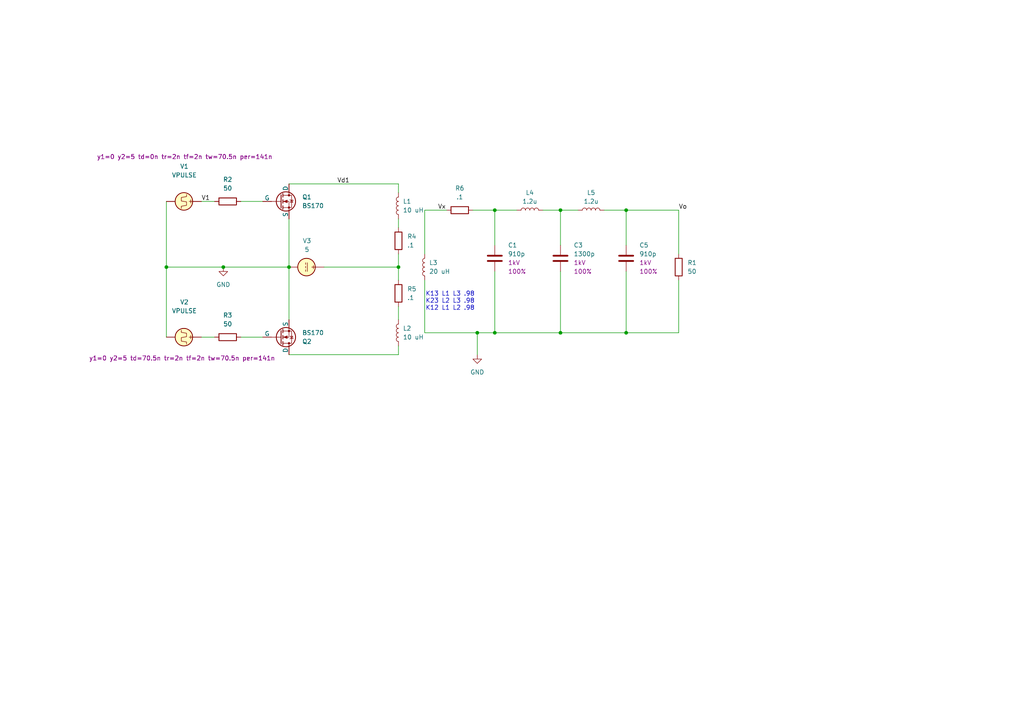
<source format=kicad_sch>
(kicad_sch (version 20231120) (generator "eeschema") (generator_version "8.0")
  (paper "A4")
  (lib_symbols
    (symbol "Device:R" (pin_numbers hide) (pin_names (offset 0))
      (property "Reference" "R" (at 2.032 0 90))
      (property "Value" "R" (at 0 0 90))
      (symbol "R_0_1"
        (rectangle (start -1.016 -2.54) (end 1.016 2.54) (stroke (width 0.254)))
      )
      (symbol "R_1_1"
        (pin passive line (at 0 3.81 270) (length 1.27) (name "~") (number "1"))
        (pin passive line (at 0 -3.81 90) (length 1.27) (name "~") (number "2"))
      )
    )
    (symbol "Simulation_SPICE:NMOS" (pin_numbers hide) (pin_names (offset 0))
      (property "Reference" "Q" (at 5.08 1.27 0))
      (property "Value" "NMOS" (at 5.08 -1.27 0))
      (symbol "NMOS_0_1"
        (polyline (pts (xy 0.254 0) (xy -2.54 0)))
        (polyline (pts (xy 0.254 1.905) (xy 0.254 -1.905)) (stroke (width 0.254)))
        (polyline (pts (xy 0.762 -1.27) (xy 0.762 -2.286)) (stroke (width 0.254)))
        (polyline (pts (xy 0.762 0.508) (xy 0.762 -0.508)) (stroke (width 0.254)))
        (polyline (pts (xy 0.762 2.286) (xy 0.762 1.27)) (stroke (width 0.254)))
        (polyline (pts (xy 2.54 2.54) (xy 2.54 1.778)))
        (polyline (pts (xy 2.54 -2.54) (xy 2.54 0) (xy 0.762 0)))
        (polyline (pts (xy 0.762 -1.778) (xy 3.302 -1.778) (xy 3.302 1.778) (xy 0.762 1.778)))
        (polyline (pts (xy 1.016 0) (xy 2.032 0.381) (xy 2.032 -0.381) (xy 1.016 0)) (fill (type outline)))
        (polyline (pts (xy 2.794 0.508) (xy 2.921 0.381) (xy 3.683 0.381) (xy 3.81 0.254)))
        (polyline (pts (xy 3.302 0.381) (xy 2.921 -0.254) (xy 3.683 -0.254) (xy 3.302 0.381)))
        (circle (center 1.651 0) (radius 2.794) (stroke (width 0.254)))
        (circle (center 2.54 -1.778) (radius 0.254) (fill (type outline)))
        (circle (center 2.54 1.778) (radius 0.254) (fill (type outline)))
      )
      (symbol "NMOS_1_1"
        (pin passive line (at 2.54 5.08 270) (length 2.54) (name "D") (number "1"))
        (pin input line (at -5.08 0 0) (length 2.54) (name "G") (number "2"))
        (pin passive line (at 2.54 -5.08 90) (length 2.54) (name "S") (number "3"))
      )
    )
    (symbol "Simulation_SPICE:VDC" (pin_numbers hide) (pin_names (offset 0.0254))
      (property "Reference" "V" (at 2.54 2.54 0))
      (property "Value" "1" (at 2.54 0 0))
      (symbol "VDC_0_0"
        (polyline (pts (xy -1.27 0.254) (xy 1.27 0.254)))
        (polyline (pts (xy -0.762 -0.254) (xy -1.27 -0.254)))
        (polyline (pts (xy 0.254 -0.254) (xy -0.254 -0.254)))
        (polyline (pts (xy 1.27 -0.254) (xy 0.762 -0.254)))
        (text "+" (at 0 1.905 0) (effects (font (size 1.27 1.27))))
      )
      (symbol "VDC_0_1"
        (circle (center 0 0) (radius 2.54) (stroke (width 0.254)) (fill (type background)))
      )
      (symbol "VDC_1_1"
        (pin passive line (at 0 5.08 270) (length 2.54) (name "~") (number "1"))
        (pin passive line (at 0 -5.08 90) (length 2.54) (name "~") (number "2"))
      )
    )
    (symbol "Simulation_SPICE:VPULSE" (pin_numbers hide) (pin_names (offset 0.0254))
      (property "Reference" "V" (at 2.54 2.54 0))
      (property "Value" "VPULSE" (at 2.54 0 0))
      (property "Sim.Params" "y1=0 y2=1 td=2n tr=2n tf=2n tw=50n per=100n" (at 2.54 -2.54 0))
      (symbol "VPULSE_0_0"
        (polyline (pts (xy -2.032 -0.762) (xy -1.397 -0.762) (xy -1.143 0.762) (xy -0.127 0.762) (xy 0.127 -0.762) (xy 1.143 -0.762) (xy 1.397 0.762) (xy 2.032 0.762)))
        (text "+" (at 0 1.905 0) (effects (font (size 1.27 1.27))))
      )
      (symbol "VPULSE_0_1"
        (circle (center 0 0) (radius 2.54) (stroke (width 0.254)) (fill (type background)))
      )
      (symbol "VPULSE_1_1"
        (pin passive line (at 0 5.08 270) (length 2.54) (name "~") (number "1"))
        (pin passive line (at 0 -5.08 90) (length 2.54) (name "~") (number "2"))
      )
    )
    (symbol "SparkFun-Capacitor:C" (pin_numbers hide) (pin_names (offset 0.254))
      (property "Reference" "C" (at 0.635 2.54 0))
      (property "Value" "C" (at 0.635 -2.54 0))
      (property "Voltage" "1kV" (at 0 -6.35 0))
      (property "Tolerance" "100%" (at 0 -8.89 0))
      (symbol "C_0_1"
        (polyline (pts (xy -2.032 -0.762) (xy 2.032 -0.762)) (stroke (width 0.508)))
        (polyline (pts (xy -2.032 0.762) (xy 2.032 0.762)) (stroke (width 0.508)))
      )
      (symbol "C_1_1"
        (pin passive line (at 0 3.81 270) (length 2.794) (name "~") (number "1"))
        (pin passive line (at 0 -3.81 90) (length 2.794) (name "~") (number "2"))
      )
    )
    (symbol "SparkFun-Coil:L" (pin_numbers hide) (pin_names (offset 1.016) hide)
      (property "Reference" "L" (at 0 -1.27 0))
      (property "Value" "L" (at 0 1.905 0))
      (symbol "L_0_1"
        (arc (start -1.27 0) (mid -1.905 0.6323) (end -2.54 0))
        (arc (start 0 0) (mid -0.635 0.6323) (end -1.27 0))
        (arc (start 1.27 0) (mid 0.635 0.6323) (end 0 0))
        (arc (start 2.54 0) (mid 1.905 0.6323) (end 1.27 0))
      )
      (symbol "L_1_1"
        (pin passive line (at -3.81 0 0) (length 1.27) (name "1") (number "1"))
        (pin passive line (at 3.81 0 180) (length 1.27) (name "2") (number "2"))
      )
    )
    (symbol "power:GND" (power) (pin_numbers hide) (pin_names (offset 0) hide)
      (property "Value" "GND" (at 0 -3.81 0))
      (symbol "GND_0_1"
        (polyline (pts (xy 0 0) (xy 0 -1.27) (xy 1.27 -1.27) (xy 0 -2.54) (xy -1.27 -1.27) (xy 0 -1.27)))
      )
      (symbol "GND_1_1"
        (pin power_in line (at 0 0 270) (length 0) (name "~") (number "1"))
      )
    )
  )
  (junction (at 115.57 77.47))
  (junction (at 143.51 96.52))
  (junction (at 83.82 77.47))
  (junction (at 181.61 60.96))
  (junction (at 162.56 96.52))
  (junction (at 181.61 96.52))
  (junction (at 143.51 60.96))
  (junction (at 138.43 96.52))
  (junction (at 64.77 77.47))
  (junction (at 48.26 77.47))
  (junction (at 162.56 60.96))
  (wire (pts (xy 196.85 60.96) (xy 196.85 73.66)))
  (wire (pts (xy 115.57 53.34) (xy 115.57 55.88)))
  (wire (pts (xy 157.48 60.96) (xy 162.56 60.96)))
  (wire (pts (xy 83.82 77.47) (xy 83.82 92.71)))
  (wire (pts (xy 162.56 60.96) (xy 162.56 71.12)))
  (wire (pts (xy 48.26 77.47) (xy 64.77 77.47)))
  (wire (pts (xy 64.77 77.47) (xy 83.82 77.47)))
  (wire (pts (xy 58.42 58.42) (xy 62.23 58.42)))
  (wire (pts (xy 196.85 96.52) (xy 181.61 96.52)))
  (wire (pts (xy 93.98 77.47) (xy 115.57 77.47)))
  (wire (pts (xy 181.61 96.52) (xy 162.56 96.52)))
  (wire (pts (xy 83.82 53.34) (xy 115.57 53.34)))
  (wire (pts (xy 143.51 96.52) (xy 138.43 96.52)))
  (wire (pts (xy 181.61 60.96) (xy 196.85 60.96)))
  (wire (pts (xy 162.56 78.74) (xy 162.56 96.52)))
  (wire (pts (xy 143.51 71.12) (xy 143.51 60.96)))
  (wire (pts (xy 115.57 88.9) (xy 115.57 92.71)))
  (wire (pts (xy 115.57 100.33) (xy 115.57 102.87)))
  (wire (pts (xy 138.43 96.52) (xy 138.43 102.87)))
  (wire (pts (xy 115.57 73.66) (xy 115.57 77.47)))
  (wire (pts (xy 69.85 97.79) (xy 76.2 97.79)))
  (wire (pts (xy 143.51 78.74) (xy 143.51 96.52)))
  (wire (pts (xy 83.82 63.5) (xy 83.82 77.47)))
  (wire (pts (xy 196.85 96.52) (xy 196.85 81.28)))
  (wire (pts (xy 48.26 58.42) (xy 48.26 77.47)))
  (wire (pts (xy 181.61 78.74) (xy 181.61 96.52)))
  (wire (pts (xy 58.42 97.79) (xy 62.23 97.79)))
  (wire (pts (xy 162.56 60.96) (xy 167.64 60.96)))
  (wire (pts (xy 69.85 58.42) (xy 76.2 58.42)))
  (wire (pts (xy 162.56 96.52) (xy 143.51 96.52)))
  (wire (pts (xy 123.19 96.52) (xy 123.19 81.28)))
  (wire (pts (xy 175.26 60.96) (xy 181.61 60.96)))
  (wire (pts (xy 83.82 102.87) (xy 115.57 102.87)))
  (wire (pts (xy 123.19 73.66) (xy 123.19 60.96)))
  (wire (pts (xy 115.57 63.5) (xy 115.57 66.04)))
  (wire (pts (xy 123.19 60.96) (xy 129.54 60.96)))
  (wire (pts (xy 48.26 77.47) (xy 48.26 97.79)))
  (wire (pts (xy 123.19 96.52) (xy 138.43 96.52)))
  (wire (pts (xy 143.51 60.96) (xy 149.86 60.96)))
  (wire (pts (xy 137.16 60.96) (xy 143.51 60.96)))
  (wire (pts (xy 181.61 60.96) (xy 181.61 71.12)))
  (wire (pts (xy 115.57 77.47) (xy 115.57 81.28)))
  (text "K13 L1 L3 .98\nK23 L2 L3 .98\nK12 L1 L2 .98" (at 130.556 87.376 0) (effects (font (size 1.27 1.27))))
  (label "Vd1" (at 97.79 53.34 0))
  (label "V1" (at 58.42 58.42 0))
  (label "Vx" (at 127 60.96 0))
  (label "Vo" (at 196.85 60.96 0))
  (symbol (lib_id "SparkFun-Capacitor:C") (at 143.51 74.93 0) (unit 1)
    (property "Reference" "C1" (at 147.32 71.1199 0) (effects (justify left)))
    (property "Value" "910p" (at 147.32 73.6599 0) (effects (justify left)))
    (property "Footprint" "SparkFun-Capacitor:C_0603_1608Metric" (effects (hide yes)))
    (property "Datasheet" "https://cdn.sparkfun.com/assets/8/a/4/a/5/Kemet_Capacitor_Datasheet.pdf" (effects (hide yes)))
    (property "Description" "Unpolarized capacitor" (effects (hide yes)))
    (property "PROD_ID" "CAP-00000" (effects (hide yes)))
    (property "Voltage" "1kV" (at 147.32 76.1999 0) (effects (justify left)))
    (property "Tolerance" "100%" (at 147.32 78.7399 0) (effects (justify left)))
  )
  (symbol (lib_id "Device:R") (at 115.57 69.85 180) (unit 1)
    (property "Reference" "R4" (at 118.11 68.5799 0) (effects (justify right)))
    (property "Value" ".1" (at 118.11 71.1199 0) (effects (justify right)))
    (property "Description" "Resistor" (effects (hide yes)))
  )
  (symbol (lib_id "SparkFun-Coil:L") (at 171.45 60.96 0) (unit 1)
    (property "Reference" "L5" (at 171.45 55.88 0))
    (property "Value" "1.2u" (at 171.45 58.42 0))
    (property "Footprint" "SparkFun-Capacitor:C_0805_2012Metric" (effects (hide yes)))
    (property "Description" "Inductor" (effects (hide yes)))
    (property "PROD_ID" "NDUC-" (effects (hide yes)))
  )
  (symbol (lib_id "Simulation_SPICE:NMOS") (at 81.28 97.79 0) (mirror x) (unit 1)
    (property "Reference" "Q2" (at 87.63 99.0601 0) (effects (justify left)))
    (property "Value" "BS170" (at 87.63 96.5201 0) (effects (justify left)))
    (property "Datasheet" "https://ngspice.sourceforge.io/docs/ngspice-html-manual/manual.xhtml#cha_MOSFETs" (effects (hide yes)))
    (property "Description" "N-MOSFET transistor, drain/source/gate" (effects (hide yes)))
    (property "Sim.Device" "NMOS" (effects (hide yes)))
    (property "Sim.Type" "VDMOS" (effects (hide yes)))
    (property "Sim.Pins" "1=D 2=G 3=S" (effects (hide yes)))
    (property "Sim.Library" "/Users/jconrad/GitHub/KiCAD/spice/BS170.sub" (effects (hide yes)))
    (property "Sim.Name" "BS170" (effects (hide yes)))
  )
  (symbol (lib_id "SparkFun-Coil:L") (at 153.67 60.96 0) (unit 1)
    (property "Reference" "L4" (at 153.67 55.88 0))
    (property "Value" "1.2u" (at 153.67 58.42 0))
    (property "Footprint" "SparkFun-Capacitor:C_0805_2012Metric" (effects (hide yes)))
    (property "Description" "Inductor" (effects (hide yes)))
    (property "PROD_ID" "NDUC-" (effects (hide yes)))
  )
  (symbol (lib_id "SparkFun-Capacitor:C") (at 162.56 74.93 0) (unit 1)
    (property "Reference" "C3" (at 166.37 71.1199 0) (effects (justify left)))
    (property "Value" "1300p" (at 166.37 73.6599 0) (effects (justify left)))
    (property "Footprint" "SparkFun-Capacitor:C_0603_1608Metric" (effects (hide yes)))
    (property "Datasheet" "https://cdn.sparkfun.com/assets/8/a/4/a/5/Kemet_Capacitor_Datasheet.pdf" (effects (hide yes)))
    (property "Description" "Unpolarized capacitor" (effects (hide yes)))
    (property "PROD_ID" "CAP-00000" (effects (hide yes)))
    (property "Voltage" "1kV" (at 166.37 76.1999 0) (effects (justify left)))
    (property "Tolerance" "100%" (at 166.37 78.7399 0) (effects (justify left)))
  )
  (symbol (lib_id "Device:R") (at 133.35 60.96 90) (unit 1)
    (property "Reference" "R6" (at 133.35 54.61 90))
    (property "Value" ".1" (at 133.35 57.15 90))
    (property "Description" "Resistor" (effects (hide yes)))
  )
  (symbol (lib_id "Simulation_SPICE:NMOS") (at 81.28 58.42 0) (unit 1)
    (property "Reference" "Q1" (at 87.63 57.1499 0) (effects (justify left)))
    (property "Value" "BS170" (at 87.63 59.6899 0) (effects (justify left)))
    (property "Datasheet" "https://ngspice.sourceforge.io/docs/ngspice-html-manual/manual.xhtml#cha_MOSFETs" (effects (hide yes)))
    (property "Description" "N-MOSFET transistor, drain/source/gate" (effects (hide yes)))
    (property "Sim.Device" "NMOS" (effects (hide yes)))
    (property "Sim.Type" "VDMOS" (effects (hide yes)))
    (property "Sim.Pins" "1=D 2=G 3=S" (effects (hide yes)))
    (property "Sim.Library" "/Users/jconrad/GitHub/KiCAD/spice/BS170.sub" (effects (hide yes)))
    (property "Sim.Name" "BS170" (effects (hide yes)))
  )
  (symbol (lib_id "SparkFun-Coil:L") (at 123.19 77.47 90) (unit 1)
    (property "Reference" "L3" (at 124.46 76.1999 90) (effects (justify right)))
    (property "Value" "20 uH" (at 124.46 78.7399 90) (effects (justify right)))
    (property "Footprint" "SparkFun-Capacitor:C_0805_2012Metric" (effects (hide yes)))
    (property "Description" "Inductor" (effects (hide yes)))
    (property "PROD_ID" "NDUC-" (effects (hide yes)))
  )
  (symbol (lib_id "Simulation_SPICE:VPULSE") (at 53.34 97.79 270) (unit 1)
    (property "Reference" "V2" (at 53.4698 87.63 90))
    (property "Value" "VPULSE" (at 53.4698 90.17 90))
    (property "Datasheet" "https://ngspice.sourceforge.io/docs/ngspice-html-manual/manual.xhtml#sec_Independent_Sources_for" (effects (hide yes)))
    (property "Description" "Voltage source, pulse" (effects (hide yes)))
    (property "Sim.Pins" "1=+ 2=-" (effects (hide yes)))
    (property "Sim.Type" "PULSE" (effects (hide yes)))
    (property "Sim.Device" "V" (effects (hide yes)))
    (property "Sim.Params" "y1=0 y2=5 td=70.5n tr=2n tf=2n tw=70.5n per=141n" (at 52.832 103.886 90))
  )
  (symbol (lib_id "Simulation_SPICE:VPULSE") (at 53.34 58.42 270) (mirror x) (unit 1)
    (property "Reference" "V1" (at 53.4698 48.26 90))
    (property "Value" "VPULSE" (at 53.4698 50.8 90))
    (property "Datasheet" "https://ngspice.sourceforge.io/docs/ngspice-html-manual/manual.xhtml#sec_Independent_Sources_for" (effects (hide yes)))
    (property "Description" "Voltage source, pulse" (effects (hide yes)))
    (property "Sim.Pins" "1=+ 2=-" (effects (hide yes)))
    (property "Sim.Type" "PULSE" (effects (hide yes)))
    (property "Sim.Device" "V" (effects (hide yes)))
    (property "Sim.Params" "y1=0 y2=5 td=0n tr=2n tf=2n tw=70.5n per=141n" (at 53.594 45.466 90))
  )
  (symbol (lib_id "Device:R") (at 66.04 97.79 90) (unit 1)
    (property "Reference" "R3" (at 66.04 91.44 90))
    (property "Value" "50" (at 66.04 93.98 90))
    (property "Description" "Resistor" (effects (hide yes)))
  )
  (symbol (lib_id "SparkFun-Coil:L") (at 115.57 59.69 90) (unit 1)
    (property "Reference" "L1" (at 116.84 58.4199 90) (effects (justify right)))
    (property "Value" "10 uH" (at 116.84 60.9599 90) (effects (justify right)))
    (property "Footprint" "SparkFun-Capacitor:C_0805_2012Metric" (effects (hide yes)))
    (property "Description" "Inductor" (effects (hide yes)))
    (property "PROD_ID" "NDUC-" (effects (hide yes)))
  )
  (symbol (lib_id "Device:R") (at 196.85 77.47 0) (unit 1)
    (property "Reference" "R1" (at 199.39 76.1999 0) (effects (justify left)))
    (property "Value" "50" (at 199.39 78.7399 0) (effects (justify left)))
    (property "Description" "Resistor" (effects (hide yes)))
  )
  (symbol (lib_id "SparkFun-Capacitor:C") (at 181.61 74.93 0) (unit 1)
    (property "Reference" "C5" (at 185.42 71.1199 0) (effects (justify left)))
    (property "Value" "910p" (at 185.42 73.6599 0) (effects (justify left)))
    (property "Footprint" "SparkFun-Capacitor:C_0603_1608Metric" (effects (hide yes)))
    (property "Datasheet" "https://cdn.sparkfun.com/assets/8/a/4/a/5/Kemet_Capacitor_Datasheet.pdf" (effects (hide yes)))
    (property "Description" "Unpolarized capacitor" (effects (hide yes)))
    (property "PROD_ID" "CAP-00000" (effects (hide yes)))
    (property "Voltage" "1kV" (at 185.42 76.1999 0) (effects (justify left)))
    (property "Tolerance" "100%" (at 185.42 78.7399 0) (effects (justify left)))
  )
  (symbol (lib_id "power:GND") (at 64.77 77.47 0) (unit 1)
    (property "Reference" "#PWR01" (effects (hide yes)))
    (property "Value" "GND" (at 64.77 82.55 0))
    (property "Description" "Power symbol creates a global label with name \"GND\" , ground" (effects (hide yes)))
  )
  (symbol (lib_id "Device:R") (at 115.57 85.09 180) (unit 1)
    (property "Reference" "R5" (at 118.11 83.8199 0) (effects (justify right)))
    (property "Value" ".1" (at 118.11 86.3599 0) (effects (justify right)))
    (property "Description" "Resistor" (effects (hide yes)))
  )
  (symbol (lib_id "Simulation_SPICE:VDC") (at 88.9 77.47 270) (unit 1)
    (property "Reference" "V3" (at 89.0298 69.85 90))
    (property "Value" "5" (at 89.0298 72.39 90))
    (property "Datasheet" "https://ngspice.sourceforge.io/docs/ngspice-html-manual/manual.xhtml#sec_Independent_Sources_for" (effects (hide yes)))
    (property "Description" "Voltage source, DC" (effects (hide yes)))
    (property "Sim.Pins" "1=+ 2=-" (effects (hide yes)))
    (property "Sim.Type" "DC" (effects (hide yes)))
    (property "Sim.Device" "V" (effects (hide yes)))
  )
  (symbol (lib_id "power:GND") (at 138.43 102.87 0) (unit 1)
    (property "Reference" "#PWR02" (effects (hide yes)))
    (property "Value" "GND" (at 138.43 107.95 0))
    (property "Description" "Power symbol creates a global label with name \"GND\" , ground" (effects (hide yes)))
  )
  (symbol (lib_id "Device:R") (at 66.04 58.42 90) (unit 1)
    (property "Reference" "R2" (at 66.04 52.07 90))
    (property "Value" "50" (at 66.04 54.61 90))
    (property "Description" "Resistor" (effects (hide yes)))
  )
  (symbol (lib_id "SparkFun-Coil:L") (at 115.57 96.52 90) (unit 1)
    (property "Reference" "L2" (at 116.84 95.2499 90) (effects (justify right)))
    (property "Value" "10 uH" (at 116.84 97.7899 90) (effects (justify right)))
    (property "Footprint" "SparkFun-Capacitor:C_0805_2012Metric" (effects (hide yes)))
    (property "Description" "Inductor" (effects (hide yes)))
    (property "PROD_ID" "NDUC-" (effects (hide yes)))
  )
)
</source>
